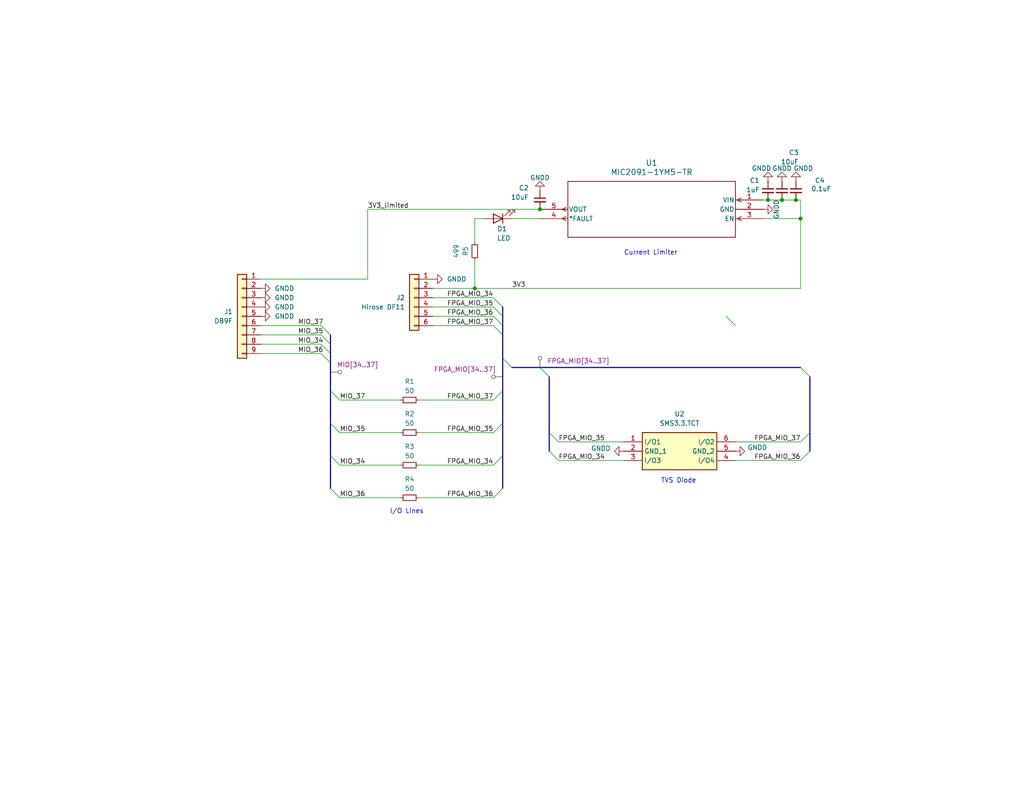
<source format=kicad_sch>
(kicad_sch (version 20250114) (generator "eeschema") (generator_version "9.0")
  (paper "USLetter")
  (lib_symbols
    (symbol "Connector_Generic:Conn_01x06" (pin_names (offset 1.016) (hide yes))
      (property "Reference" "J" (at 0 7.62 0))
      (property "Value" "Conn_01x06" (at 0 -10.16 0))
      (symbol "Conn_01x06_1_1"
        (rectangle (start -1.27 6.35) (end 1.27 -8.89) (stroke (width 0.254)) (fill (type background)))
        (rectangle (start -1.27 5.207) (end 0 4.953) (stroke (width 0.1524)))
        (rectangle (start -1.27 2.667) (end 0 2.413) (stroke (width 0.1524)))
        (rectangle (start -1.27 0.127) (end 0 -0.127) (stroke (width 0.1524)))
        (rectangle (start -1.27 -2.413) (end 0 -2.667) (stroke (width 0.1524)))
        (rectangle (start -1.27 -4.953) (end 0 -5.207) (stroke (width 0.1524)))
        (rectangle (start -1.27 -7.493) (end 0 -7.747) (stroke (width 0.1524)))
        (pin passive line (at -5.08 5.08 0) (length 3.81) (name "Pin_1") (number "1"))
        (pin passive line (at -5.08 2.54 0) (length 3.81) (name "Pin_2") (number "2"))
        (pin passive line (at -5.08 0 0) (length 3.81) (name "Pin_3") (number "3"))
        (pin passive line (at -5.08 -2.54 0) (length 3.81) (name "Pin_4") (number "4"))
        (pin passive line (at -5.08 -5.08 0) (length 3.81) (name "Pin_5") (number "5"))
        (pin passive line (at -5.08 -7.62 0) (length 3.81) (name "Pin_6") (number "6"))
      )
    )
    (symbol "Connector_Generic:Conn_01x09" (pin_names (offset 1.016) (hide yes))
      (property "Reference" "J" (at 0 12.7 0))
      (property "Value" "Conn_01x09" (at 0 -12.7 0))
      (symbol "Conn_01x09_1_1"
        (rectangle (start -1.27 11.43) (end 1.27 -11.43) (stroke (width 0.254)) (fill (type background)))
        (rectangle (start -1.27 10.287) (end 0 10.033) (stroke (width 0.1524)))
        (rectangle (start -1.27 7.747) (end 0 7.493) (stroke (width 0.1524)))
        (rectangle (start -1.27 5.207) (end 0 4.953) (stroke (width 0.1524)))
        (rectangle (start -1.27 2.667) (end 0 2.413) (stroke (width 0.1524)))
        (rectangle (start -1.27 0.127) (end 0 -0.127) (stroke (width 0.1524)))
        (rectangle (start -1.27 -2.413) (end 0 -2.667) (stroke (width 0.1524)))
        (rectangle (start -1.27 -4.953) (end 0 -5.207) (stroke (width 0.1524)))
        (rectangle (start -1.27 -7.493) (end 0 -7.747) (stroke (width 0.1524)))
        (rectangle (start -1.27 -10.033) (end 0 -10.287) (stroke (width 0.1524)))
        (pin passive line (at -5.08 10.16 0) (length 3.81) (name "Pin_1") (number "1"))
        (pin passive line (at -5.08 7.62 0) (length 3.81) (name "Pin_2") (number "2"))
        (pin passive line (at -5.08 5.08 0) (length 3.81) (name "Pin_3") (number "3"))
        (pin passive line (at -5.08 2.54 0) (length 3.81) (name "Pin_4") (number "4"))
        (pin passive line (at -5.08 0 0) (length 3.81) (name "Pin_5") (number "5"))
        (pin passive line (at -5.08 -2.54 0) (length 3.81) (name "Pin_6") (number "6"))
        (pin passive line (at -5.08 -5.08 0) (length 3.81) (name "Pin_7") (number "7"))
        (pin passive line (at -5.08 -7.62 0) (length 3.81) (name "Pin_8") (number "8"))
        (pin passive line (at -5.08 -10.16 0) (length 3.81) (name "Pin_9") (number "9"))
      )
    )
    (symbol "DVRK:MIC2091-2YM5-TR" (pin_names (offset 0.254))
      (property "Reference" "U" (at 30.48 10.16 0))
      (property "Value" "MIC2091-2YM5-TR" (at 30.48 7.62 0))
      (symbol "MIC2091-2YM5-TR_0_1"
        (polyline (pts (xy 7.0993 0) (xy 6.0579 0.5207)) (stroke (width 0.2032)))
        (polyline (pts (xy 7.0993 0) (xy 6.0579 -0.5207)) (stroke (width 0.2032)))
        (polyline (pts (xy 7.0993 -5.08) (xy 6.0579 -4.5593)) (stroke (width 0.2032)))
        (polyline (pts (xy 7.0993 -5.08) (xy 6.0579 -5.6007)) (stroke (width 0.2032)))
        (polyline (pts (xy 7.62 5.08) (xy 7.62 -10.16)) (stroke (width 0.2032)))
        (polyline (pts (xy 7.62 -10.16) (xy 53.34 -10.16)) (stroke (width 0.2032)))
        (polyline (pts (xy 53.34 5.08) (xy 7.62 5.08)) (stroke (width 0.2032)))
        (polyline (pts (xy 53.34 -10.16) (xy 53.34 5.08)) (stroke (width 0.2032)))
        (polyline (pts (xy 53.8607 -2.0193) (xy 54.9021 -2.54)) (stroke (width 0.2032)))
        (polyline (pts (xy 53.8607 -3.0607) (xy 54.9021 -2.54)) (stroke (width 0.2032)))
        (polyline (pts (xy 53.8607 -4.5593) (xy 54.9021 -5.08)) (stroke (width 0.2032)))
        (polyline (pts (xy 53.8607 -5.6007) (xy 54.9021 -5.08)) (stroke (width 0.2032)))
        (pin input line (at 0 0 0) (length 7.62) (name "VIN") (number "1"))
        (pin power_in line (at 0 -2.54 0) (length 7.62) (name "GND") (number "2"))
        (pin input line (at 0 -5.08 0) (length 7.62) (name "EN") (number "3"))
        (pin output line (at 60.96 -2.54 180) (length 7.62) (name "VOUT") (number "5"))
        (pin output line (at 60.96 -5.08 180) (length 7.62) (name "*FAULT") (number "4"))
      )
    )
    (symbol "DVRK:SMS3.3.TCT"
      (property "Reference" "IC" (at 26.67 7.62 0))
      (property "Value" "SMS3.3.TCT" (at 26.67 5.08 0))
      (symbol "SMS3.3.TCT_1_1"
        (rectangle (start 5.08 2.54) (end 25.4 -7.62) (stroke (width 0.254)) (fill (type background)))
        (pin passive line (at 0 0 0) (length 5.08) (name "I/O1") (number "1"))
        (pin passive line (at 0 -2.54 0) (length 5.08) (name "GND_1") (number "2"))
        (pin passive line (at 0 -5.08 0) (length 5.08) (name "I/O3") (number "3"))
        (pin passive line (at 30.48 0 180) (length 5.08) (name "I/O2") (number "6"))
        (pin passive line (at 30.48 -2.54 180) (length 5.08) (name "GND_2") (number "5"))
        (pin passive line (at 30.48 -5.08 180) (length 5.08) (name "I/O4") (number "4"))
      )
    )
    (symbol "Device:C_Small" (pin_numbers (hide yes)) (pin_names (offset 0.254) (hide yes))
      (property "Reference" "C" (at 0.254 1.778 0))
      (property "Value" "C_Small" (at 0.254 -2.032 0))
      (symbol "C_Small_0_1"
        (polyline (pts (xy -1.524 0.508) (xy 1.524 0.508)) (stroke (width 0.3048)))
        (polyline (pts (xy -1.524 -0.508) (xy 1.524 -0.508)) (stroke (width 0.3302)))
      )
      (symbol "C_Small_1_1"
        (pin passive line (at 0 2.54 270) (length 2.032) (name "~") (number "1"))
        (pin passive line (at 0 -2.54 90) (length 2.032) (name "~") (number "2"))
      )
    )
    (symbol "Device:LED" (pin_numbers (hide yes)) (pin_names (offset 1.016) (hide yes))
      (property "Reference" "D" (at 0 2.54 0))
      (property "Value" "LED" (at 0 -2.54 0))
      (symbol "LED_0_1"
        (polyline (pts (xy -3.048 -0.762) (xy -4.572 -2.286) (xy -3.81 -2.286) (xy -4.572 -2.286) (xy -4.572 -1.524)))
        (polyline (pts (xy -1.778 -0.762) (xy -3.302 -2.286) (xy -2.54 -2.286) (xy -3.302 -2.286) (xy -3.302 -1.524)))
        (polyline (pts (xy -1.27 0) (xy 1.27 0)))
        (polyline (pts (xy -1.27 -1.27) (xy -1.27 1.27)) (stroke (width 0.254)))
        (polyline (pts (xy 1.27 -1.27) (xy 1.27 1.27) (xy -1.27 0) (xy 1.27 -1.27)) (stroke (width 0.254)))
      )
      (symbol "LED_1_1"
        (pin passive line (at -3.81 0 0) (length 2.54) (name "K") (number "1"))
        (pin passive line (at 3.81 0 180) (length 2.54) (name "A") (number "2"))
      )
    )
    (symbol "Device:R_Small" (pin_numbers (hide yes)) (pin_names (offset 0.254) (hide yes))
      (property "Reference" "R" (at 0.762 0.508 0))
      (property "Value" "R_Small" (at 0.762 -1.016 0))
      (symbol "R_Small_0_1"
        (rectangle (start -0.762 1.778) (end 0.762 -1.778) (stroke (width 0.2032)))
      )
      (symbol "R_Small_1_1"
        (pin passive line (at 0 2.54 270) (length 0.762) (name "~") (number "1"))
        (pin passive line (at 0 -2.54 90) (length 0.762) (name "~") (number "2"))
      )
    )
    (symbol "power:GNDA" (power) (pin_numbers (hide yes)) (pin_names (offset 0) (hide yes))
      (property "Value" "GNDA" (at 0 -3.81 0))
      (symbol "GNDA_0_1"
        (polyline (pts (xy 0 0) (xy 0 -1.27) (xy 1.27 -1.27) (xy 0 -2.54) (xy -1.27 -1.27) (xy 0 -1.27)))
      )
      (symbol "GNDA_1_1"
        (pin power_in line (at 0 0 270) (length 0) (name "~") (number "1"))
      )
    )
  )
  (text "I/O Lines\n" (at 110.998 139.7 0) (effects (font (size 1.27 1.27))))
  (text "Current Limiter\n" (at 177.546 69.088 0) (effects (font (size 1.27 1.27))))
  (text "TVS Diode\n" (at 185.166 131.318 0) (effects (font (size 1.27 1.27))))
  (junction (at 129.54 78.74))
  (junction (at 213.36 54.61))
  (junction (at 147.32 57.15))
  (junction (at 218.44 59.69))
  (junction (at 217.17 54.61))
  (junction (at 209.55 54.61))
  (bus_entry (at 137.16 97.79) (size 2.54 2.54))
  (bus_entry (at 87.63 88.9) (size 2.54 2.54))
  (bus_entry (at 137.16 133.35) (size -2.54 2.54))
  (bus_entry (at 90.17 124.46) (size 2.54 2.54))
  (bus_entry (at 149.86 118.11) (size 2.54 2.54))
  (bus_entry (at 87.63 93.98) (size 2.54 2.54))
  (bus_entry (at 87.63 96.52) (size 2.54 2.54))
  (bus_entry (at 220.98 123.19) (size -2.54 2.54))
  (bus_entry (at 137.16 124.46) (size -2.54 2.54))
  (bus_entry (at 198.12 86.36) (size 2.54 2.54))
  (bus_entry (at 218.44 100.33) (size 2.54 2.54))
  (bus_entry (at 90.17 106.68) (size 2.54 2.54))
  (bus_entry (at 134.62 83.82) (size 2.54 2.54))
  (bus_entry (at 147.32 100.33) (size 2.54 2.54))
  (bus_entry (at 137.16 115.57) (size -2.54 2.54))
  (bus_entry (at 134.62 81.28) (size 2.54 2.54))
  (bus_entry (at 137.16 106.68) (size -2.54 2.54))
  (bus_entry (at 134.62 86.36) (size 2.54 2.54))
  (bus_entry (at 149.86 123.19) (size 2.54 2.54))
  (bus_entry (at 134.62 88.9) (size 2.54 2.54))
  (bus_entry (at 90.17 133.35) (size 2.54 2.54))
  (bus_entry (at 220.98 118.11) (size -2.54 2.54))
  (bus_entry (at 87.63 91.44) (size 2.54 2.54))
  (bus_entry (at 90.17 115.57) (size 2.54 2.54))
  (wire (pts (xy 92.71 135.89) (xy 109.22 135.89)))
  (wire (pts (xy 100.33 76.2) (xy 71.12 76.2)))
  (bus (pts (xy 137.16 88.9) (xy 137.16 91.44)))
  (bus (pts (xy 137.16 83.82) (xy 137.16 86.36)))
  (wire (pts (xy 71.12 88.9) (xy 87.63 88.9)))
  (bus (pts (xy 220.98 118.11) (xy 220.98 123.19)))
  (wire (pts (xy 71.12 93.98) (xy 87.63 93.98)))
  (wire (pts (xy 217.17 54.61) (xy 213.36 54.61)))
  (wire (pts (xy 139.7 59.69) (xy 147.32 59.69)))
  (bus (pts (xy 149.86 102.87) (xy 149.86 118.11)))
  (bus (pts (xy 137.16 86.36) (xy 137.16 88.9)))
  (bus (pts (xy 139.7 100.33) (xy 147.32 100.33)))
  (wire (pts (xy 100.33 57.15) (xy 147.32 57.15)))
  (wire (pts (xy 129.54 59.69) (xy 129.54 66.04)))
  (bus (pts (xy 149.86 118.11) (xy 149.86 123.19)))
  (wire (pts (xy 114.3 109.22) (xy 134.62 109.22)))
  (wire (pts (xy 134.62 83.82) (xy 118.11 83.82)))
  (bus (pts (xy 90.17 115.57) (xy 90.17 124.46)))
  (wire (pts (xy 218.44 59.69) (xy 218.44 78.74)))
  (bus (pts (xy 137.16 97.79) (xy 137.16 106.68)))
  (wire (pts (xy 92.71 127) (xy 109.22 127)))
  (bus (pts (xy 90.17 91.44) (xy 90.17 93.98)))
  (wire (pts (xy 114.3 118.11) (xy 134.62 118.11)))
  (wire (pts (xy 218.44 125.73) (xy 200.66 125.73)))
  (wire (pts (xy 218.44 120.65) (xy 200.66 120.65)))
  (wire (pts (xy 152.4 120.65) (xy 170.18 120.65)))
  (wire (pts (xy 134.62 88.9) (xy 118.11 88.9)))
  (wire (pts (xy 152.4 125.73) (xy 170.18 125.73)))
  (bus (pts (xy 147.32 100.33) (xy 218.44 100.33)))
  (wire (pts (xy 118.11 78.74) (xy 129.54 78.74)))
  (bus (pts (xy 90.17 99.06) (xy 90.17 106.68)))
  (wire (pts (xy 129.54 71.12) (xy 129.54 78.74)))
  (wire (pts (xy 134.62 86.36) (xy 118.11 86.36)))
  (wire (pts (xy 208.28 59.69) (xy 218.44 59.69)))
  (wire (pts (xy 92.71 118.11) (xy 109.22 118.11)))
  (bus (pts (xy 220.98 102.87) (xy 220.98 118.11)))
  (bus (pts (xy 90.17 124.46) (xy 90.17 133.35)))
  (bus (pts (xy 137.16 115.57) (xy 137.16 124.46)))
  (bus (pts (xy 90.17 93.98) (xy 90.17 96.52)))
  (wire (pts (xy 114.3 135.89) (xy 134.62 135.89)))
  (wire (pts (xy 100.33 57.15) (xy 100.33 76.2)))
  (wire (pts (xy 114.3 127) (xy 134.62 127)))
  (wire (pts (xy 134.62 81.28) (xy 118.11 81.28)))
  (wire (pts (xy 71.12 96.52) (xy 87.63 96.52)))
  (wire (pts (xy 218.44 78.74) (xy 129.54 78.74)))
  (bus (pts (xy 137.16 106.68) (xy 137.16 115.57)))
  (wire (pts (xy 218.44 54.61) (xy 217.17 54.61)))
  (bus (pts (xy 137.16 91.44) (xy 137.16 97.79)))
  (bus (pts (xy 137.16 124.46) (xy 137.16 133.35)))
  (wire (pts (xy 213.36 54.61) (xy 209.55 54.61)))
  (wire (pts (xy 71.12 91.44) (xy 87.63 91.44)))
  (wire (pts (xy 209.55 54.61) (xy 208.28 54.61)))
  (bus (pts (xy 90.17 106.68) (xy 90.17 115.57)))
  (wire (pts (xy 132.08 59.69) (xy 129.54 59.69)))
  (wire (pts (xy 92.71 109.22) (xy 109.22 109.22)))
  (wire (pts (xy 218.44 54.61) (xy 218.44 59.69)))
  (bus (pts (xy 90.17 96.52) (xy 90.17 99.06)))
  (label "FPGA_MIO_34" (at 152.4 125.73 0))
  (label "FPGA_MIO_37" (at 134.62 109.22 180))
  (label "MIO_36" (at 92.71 135.89 0))
  (label "MIO_36" (at 81.28 96.52 0))
  (label "3V3" (at 139.7 78.74 0))
  (label "FPGA_MIO_36" (at 134.62 135.89 180))
  (label "FPGA_MIO_37" (at 218.44 120.65 180))
  (label "FPGA_MIO_35" (at 134.62 118.11 180))
  (label "FPGA_MIO_35" (at 152.4 120.65 0))
  (label "FPGA_MIO_36" (at 134.62 86.36 180))
  (label "MIO_34" (at 81.28 93.98 0))
  (label "MIO_37" (at 92.71 109.22 0))
  (label "MIO_37" (at 81.28 88.9 0))
  (label "FPGA_MIO_34" (at 134.62 81.28 180))
  (label "3V3_limited" (at 100.33 57.15 0))
  (label "MIO_35" (at 81.28 91.44 0))
  (label "FPGA_MIO_37" (at 134.62 88.9 180))
  (label "FPGA_MIO_36" (at 218.44 125.73 180))
  (label "MIO_35" (at 92.71 118.11 0))
  (label "FPGA_MIO_34" (at 134.62 127 180))
  (label "FPGA_MIO_35" (at 134.62 83.82 180))
  (label "MIO_34" (at 92.71 127 0))
  (netclass_flag "" (length 2.54) (shape round) (at 147.32 100.33 0) (property "Netclass" "FPGA_MIO[34..37]" (at 149.352 98.552 0) (effects (justify left))))
  (netclass_flag "" (length 2.54) (shape round) (at 137.16 102.87 90) (property "Netclass" "FPGA_MIO[34..37]" (at 135.382 100.838 0) (effects (justify right))))
  (netclass_flag "" (length 2.54) (shape round) (at 90.17 101.6 270) (property "Netclass" "MIO[34..37]" (at 91.948 99.568 0) (effects (justify left))))
  (symbol (lib_id "DVRK:MIC2091-2YM5-TR") (at 208.28 54.61 0) (mirror y) (unit 1)
    (property "Reference" "U1" (at 177.8 44.45 0) (effects (font (size 1.524 1.524))))
    (property "Value" "MIC2091-1YM5-TR" (at 177.8 46.99 0) (effects (font (size 1.524 1.524))))
    (property "Footprint" "SOT-23-5_M5_MCH" (effects (hide yes)))
    (property "Datasheet" "MIC2091-2YM5-TR" (effects (hide yes)))
  )
  (symbol (lib_id "Device:LED") (at 135.89 59.69 180) (unit 1)
    (property "Reference" "D1" (at 135.636 62.484 0) (effects (justify right)))
    (property "Value" "LED" (at 135.636 65.024 0) (effects (justify right)))
    (property "Footprint" "DVRK:LED_LSM0805-2P0X1P25X0P8_VCC" (effects (hide yes)))
    (property "Description" "Light emitting diode" (effects (hide yes)))
    (property "Sim.Pins" "1=K 2=A" (effects (hide yes)))
  )
  (symbol (lib_id "power:GNDA") (at 71.12 78.74 90) (mirror x) (unit 1)
    (property "Reference" "#PWR03" (effects (hide yes)))
    (property "Value" "GNDD" (at 74.93 78.7399 90) (effects (justify right)))
    (property "Description" "Power symbol creates a global label with name \"GNDA\" , analog ground" (effects (hide yes)))
  )
  (symbol (lib_id "DVRK:SMS3.3.TCT") (at 170.18 120.65 0) (unit 1)
    (property "Reference" "U2" (at 185.42 113.03 0))
    (property "Value" "SMS3.3.TCT" (at 185.42 115.57 0))
    (property "Footprint" "SOT95P280X145-6N" (effects (hide yes)))
    (property "Datasheet" "https://datasheet.datasheetarchive.com/originals/distributors/DKDS-37/728695.pdf" (effects (hide yes)))
    (property "Description" "ESD Suppressors 300W TVS 3.3 V 7\"RL" (effects (hide yes)))
    (property "Height" "1.45" (effects (hide yes)))
    (property "Mouser Part Number" "947-SMS3.3.TCT" (effects (hide yes)))
    (property "Mouser Price/Stock" "https://www.mouser.co.uk/ProductDetail/Semtech/SMS3.3.TCT?qs=rBWM4%252BvDhIcIJ2ejWoXlKQ%3D%3D" (effects (hide yes)))
    (property "Manufacturer_Name" "SEMTECH" (effects (hide yes)))
    (property "Manufacturer_Part_Number" "SMS3.3.TCT" (effects (hide yes)))
  )
  (symbol (lib_id "power:GNDA") (at 71.12 81.28 90) (mirror x) (unit 1)
    (property "Reference" "#PWR06" (effects (hide yes)))
    (property "Value" "GNDD" (at 74.93 81.2799 90) (effects (justify right)))
    (property "Description" "Power symbol creates a global label with name \"GNDA\" , analog ground" (effects (hide yes)))
  )
  (symbol (lib_id "power:GNDA") (at 208.28 57.15 90) (mirror x) (unit 1)
    (property "Reference" "#PWR09" (effects (hide yes)))
    (property "Value" "GNDD" (at 211.836 57.15 0))
    (property "Description" "Power symbol creates a global label with name \"GNDA\" , analog ground" (effects (hide yes)))
  )
  (symbol (lib_id "Connector_Generic:Conn_01x09") (at 66.04 86.36 0) (mirror y) (unit 1)
    (property "Reference" "J1" (at 63.5 85.0899 0) (effects (justify left)))
    (property "Value" "DB9F" (at 63.5 87.6299 0) (effects (justify left)))
    (property "Footprint" "DVRK:6E17C009SBF220" (effects (hide yes)))
    (property "Description" "Generic connector, single row, 01x09, script generated (kicad-library-utils/schlib/autogen/connector/)" (effects (hide yes)))
  )
  (symbol (lib_id "power:GNDA") (at 217.17 49.53 0) (mirror x) (unit 1)
    (property "Reference" "#PWR012" (effects (hide yes)))
    (property "Value" "GNDD" (at 219.202 45.974 0))
    (property "Description" "Power symbol creates a global label with name \"GNDA\" , analog ground" (effects (hide yes)))
  )
  (symbol (lib_id "power:GNDA") (at 200.66 123.19 90) (unit 1)
    (property "Reference" "#PWR05" (effects (hide yes)))
    (property "Value" "GNDD" (at 203.962 122.174 90) (effects (justify right)))
    (property "Description" "Power symbol creates a global label with name \"GNDA\" , analog ground" (effects (hide yes)))
  )
  (symbol (lib_id "Connector_Generic:Conn_01x06") (at 113.03 81.28 0) (mirror y) (unit 1)
    (property "Reference" "J2" (at 110.49 81.2799 0) (effects (justify left)))
    (property "Value" "Hirose DF11" (at 110.49 83.8199 0) (effects (justify left)))
    (property "Footprint" "DVRK:SHDRRA6W60P200X200_2X3_800X1000X530P" (effects (hide yes)))
    (property "Description" "Generic connector, single row, 01x06, script generated (kicad-library-utils/schlib/autogen/connector/)" (effects (hide yes)))
  )
  (symbol (lib_id "Device:R_Small") (at 129.54 68.58 180) (unit 1)
    (property "Reference" "R5" (at 127 68.58 90))
    (property "Value" "499" (at 124.46 68.58 90))
    (property "Footprint" "Resistor_SMD:R_0603_1608Metric" (effects (hide yes)))
    (property "Description" "Resistor, small symbol" (effects (hide yes)))
  )
  (symbol (lib_id "power:GNDA") (at 71.12 86.36 90) (mirror x) (unit 1)
    (property "Reference" "#PWR013" (effects (hide yes)))
    (property "Value" "GNDD" (at 74.93 86.3599 90) (effects (justify right)))
    (property "Description" "Power symbol creates a global label with name \"GNDA\" , analog ground" (effects (hide yes)))
  )
  (symbol (lib_id "power:GNDA") (at 209.55 49.53 0) (mirror x) (unit 1)
    (property "Reference" "#PWR08" (effects (hide yes)))
    (property "Value" "GNDD" (at 207.772 45.974 0))
    (property "Description" "Power symbol creates a global label with name \"GNDA\" , analog ground" (effects (hide yes)))
  )
  (symbol (lib_id "power:GNDA") (at 147.32 52.07 0) (mirror x) (unit 1)
    (property "Reference" "#PWR010" (effects (hide yes)))
    (property "Value" "GNDD" (at 147.32 48.514 0))
    (property "Description" "Power symbol creates a global label with name \"GNDA\" , analog ground" (effects (hide yes)))
  )
  (symbol (lib_id "Device:R_Small") (at 111.76 118.11 270) (unit 1)
    (property "Reference" "R2" (at 111.76 113.03 90))
    (property "Value" "50" (at 111.76 115.57 90))
    (property "Footprint" "Resistor_SMD:R_0603_1608Metric" (effects (hide yes)))
    (property "Description" "Resistor, small symbol" (effects (hide yes)))
  )
  (symbol (lib_id "Device:C_Small") (at 213.36 52.07 0) (mirror y) (unit 1)
    (property "Reference" "C3" (at 217.932 41.656 0) (effects (justify left)))
    (property "Value" "10uF" (at 217.932 44.196 0) (effects (justify left)))
    (property "Footprint" "Capacitor_SMD:C_0603_1608Metric" (effects (hide yes)))
    (property "Description" "Unpolarized capacitor, small symbol" (effects (hide yes)))
  )
  (symbol (lib_id "power:GNDA") (at 170.18 123.19 270) (unit 1)
    (property "Reference" "#PWR04" (effects (hide yes)))
    (property "Value" "GNDD" (at 166.624 122.428 90) (effects (justify right)))
    (property "Description" "Power symbol creates a global label with name \"GNDA\" , analog ground" (effects (hide yes)))
  )
  (symbol (lib_id "power:GNDA") (at 213.36 49.53 0) (mirror x) (unit 1)
    (property "Reference" "#PWR011" (effects (hide yes)))
    (property "Value" "GNDD" (at 213.36 45.974 0))
    (property "Description" "Power symbol creates a global label with name \"GNDA\" , analog ground" (effects (hide yes)))
  )
  (symbol (lib_id "Device:R_Small") (at 111.76 135.89 270) (unit 1)
    (property "Reference" "R4" (at 111.76 130.81 90))
    (property "Value" "50" (at 111.76 133.35 90))
    (property "Footprint" "Resistor_SMD:R_0603_1608Metric" (effects (hide yes)))
    (property "Description" "Resistor, small symbol" (effects (hide yes)))
  )
  (symbol (lib_id "power:GNDA") (at 118.11 76.2 90) (mirror x) (unit 1)
    (property "Reference" "#PWR02" (effects (hide yes)))
    (property "Value" "GNDD" (at 121.92 76.1999 90) (effects (justify right)))
    (property "Description" "Power symbol creates a global label with name \"GNDA\" , analog ground" (effects (hide yes)))
  )
  (symbol (lib_id "Device:C_Small") (at 147.32 54.61 0) (mirror y) (unit 1)
    (property "Reference" "C2" (at 144.272 51.308 0) (effects (justify left)))
    (property "Value" "10uF" (at 144.272 53.848 0) (effects (justify left)))
    (property "Footprint" "Capacitor_SMD:C_0603_1608Metric" (effects (hide yes)))
    (property "Description" "Unpolarized capacitor, small symbol" (effects (hide yes)))
  )
  (symbol (lib_id "Device:C_Small") (at 209.55 52.07 0) (mirror y) (unit 1)
    (property "Reference" "C1" (at 207.264 49.276 0) (effects (justify left)))
    (property "Value" "1uF" (at 207.264 51.816 0) (effects (justify left)))
    (property "Footprint" "Capacitor_SMD:C_0603_1608Metric" (effects (hide yes)))
    (property "Description" "Unpolarized capacitor, small symbol" (effects (hide yes)))
  )
  (symbol (lib_id "Device:C_Small") (at 217.17 52.07 0) (mirror y) (unit 1)
    (property "Reference" "C4" (at 225.044 49.276 0) (effects (justify left)))
    (property "Value" "0.1uF" (at 226.822 51.562 0) (effects (justify left)))
    (property "Footprint" "Capacitor_SMD:C_0603_1608Metric" (effects (hide yes)))
    (property "Description" "Unpolarized capacitor, small symbol" (effects (hide yes)))
  )
  (symbol (lib_id "Device:R_Small") (at 111.76 109.22 270) (unit 1)
    (property "Reference" "R1" (at 111.76 104.14 90))
    (property "Value" "50" (at 111.76 106.68 90))
    (property "Footprint" "Resistor_SMD:R_0603_1608Metric" (effects (hide yes)))
    (property "Description" "Resistor, small symbol" (effects (hide yes)))
  )
  (symbol (lib_id "power:GNDA") (at 71.12 83.82 90) (mirror x) (unit 1)
    (property "Reference" "#PWR07" (effects (hide yes)))
    (property "Value" "GNDD" (at 74.93 83.8199 90) (effects (justify right)))
    (property "Description" "Power symbol creates a global label with name \"GNDA\" , analog ground" (effects (hide yes)))
  )
  (symbol (lib_id "Device:R_Small") (at 111.76 127 270) (unit 1)
    (property "Reference" "R3" (at 111.76 121.92 90))
    (property "Value" "50" (at 111.76 124.46 90))
    (property "Footprint" "Resistor_SMD:R_0603_1608Metric" (effects (hide yes)))
    (property "Description" "Resistor, small symbol" (effects (hide yes)))
  )
)
</source>
